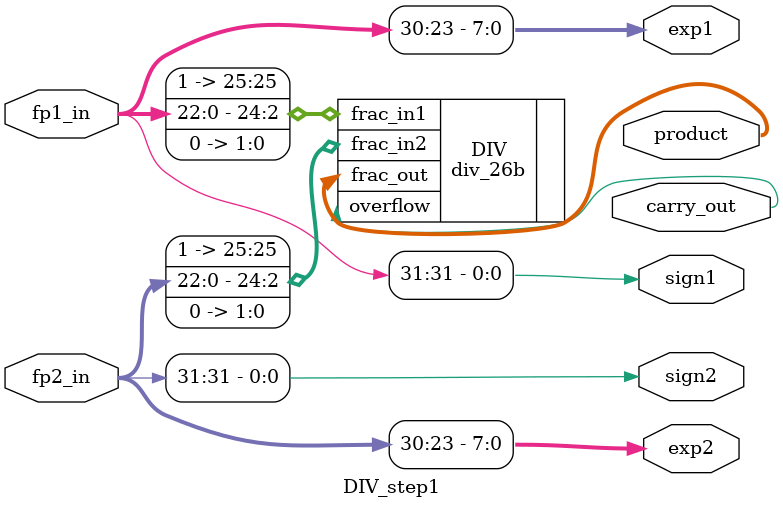
<source format=sv>

module DIV_step1
  (
   input  [31:0] fp1_in,
   input  [31:0] fp2_in,
   output        sign1,
   output        sign2,
   output [7:0]  exp1,
   output [7:0]  exp2,
   output [25:0] product,
   output        carry_out
   );

   assign sign1 = fp1_in[31];
   assign sign2 = fp2_in[31];
   assign exp1  = fp1_in[30:23];
   assign exp2  = fp2_in[30:23];

   div_26b DIV (
		.frac_in1({1'b1, fp1_in[22:0], 2'b00}),
		.frac_in2({1'b1, fp2_in[22:0], 2'b00}),
		.frac_out(product),
		.overflow(carry_out)
		);

endmodule


</source>
